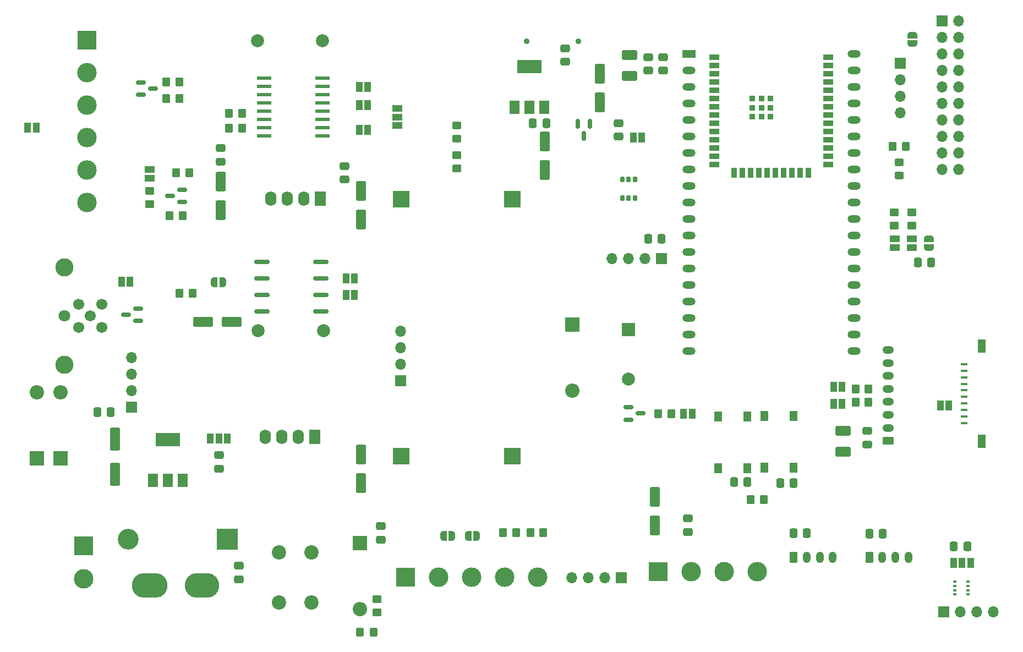
<source format=gbr>
%TF.GenerationSoftware,KiCad,Pcbnew,7.0.8*%
%TF.CreationDate,2023-11-15T18:30:51+02:00*%
%TF.ProjectId,CAN_DISPLAY,43414e5f-4449-4535-904c-41592e6b6963,rev?*%
%TF.SameCoordinates,Original*%
%TF.FileFunction,Soldermask,Top*%
%TF.FilePolarity,Negative*%
%FSLAX46Y46*%
G04 Gerber Fmt 4.6, Leading zero omitted, Abs format (unit mm)*
G04 Created by KiCad (PCBNEW 7.0.8) date 2023-11-15 18:30:51*
%MOMM*%
%LPD*%
G01*
G04 APERTURE LIST*
G04 Aperture macros list*
%AMRoundRect*
0 Rectangle with rounded corners*
0 $1 Rounding radius*
0 $2 $3 $4 $5 $6 $7 $8 $9 X,Y pos of 4 corners*
0 Add a 4 corners polygon primitive as box body*
4,1,4,$2,$3,$4,$5,$6,$7,$8,$9,$2,$3,0*
0 Add four circle primitives for the rounded corners*
1,1,$1+$1,$2,$3*
1,1,$1+$1,$4,$5*
1,1,$1+$1,$6,$7*
1,1,$1+$1,$8,$9*
0 Add four rect primitives between the rounded corners*
20,1,$1+$1,$2,$3,$4,$5,0*
20,1,$1+$1,$4,$5,$6,$7,0*
20,1,$1+$1,$6,$7,$8,$9,0*
20,1,$1+$1,$8,$9,$2,$3,0*%
%AMFreePoly0*
4,1,19,0.500000,-0.750000,0.000000,-0.750000,0.000000,-0.744911,-0.071157,-0.744911,-0.207708,-0.704816,-0.327430,-0.627875,-0.420627,-0.520320,-0.479746,-0.390866,-0.500000,-0.250000,-0.500000,0.250000,-0.479746,0.390866,-0.420627,0.520320,-0.327430,0.627875,-0.207708,0.704816,-0.071157,0.744911,0.000000,0.744911,0.000000,0.750000,0.500000,0.750000,0.500000,-0.750000,0.500000,-0.750000,
$1*%
%AMFreePoly1*
4,1,19,0.000000,0.744911,0.071157,0.744911,0.207708,0.704816,0.327430,0.627875,0.420627,0.520320,0.479746,0.390866,0.500000,0.250000,0.500000,-0.250000,0.479746,-0.390866,0.420627,-0.520320,0.327430,-0.627875,0.207708,-0.704816,0.071157,-0.744911,0.000000,-0.744911,0.000000,-0.750000,-0.500000,-0.750000,-0.500000,0.750000,0.000000,0.750000,0.000000,0.744911,0.000000,0.744911,
$1*%
G04 Aperture macros list end*
%ADD10R,1.000000X0.400000*%
%ADD11R,1.300000X2.000000*%
%ADD12RoundRect,0.250000X-0.475000X0.337500X-0.475000X-0.337500X0.475000X-0.337500X0.475000X0.337500X0*%
%ADD13R,1.000000X1.500000*%
%ADD14R,3.000000X3.000000*%
%ADD15C,3.000000*%
%ADD16R,1.700000X1.700000*%
%ADD17O,1.700000X1.700000*%
%ADD18RoundRect,0.250000X0.350000X0.450000X-0.350000X0.450000X-0.350000X-0.450000X0.350000X-0.450000X0*%
%ADD19RoundRect,0.250000X-0.350000X-0.625000X0.350000X-0.625000X0.350000X0.625000X-0.350000X0.625000X0*%
%ADD20O,1.200000X1.750000*%
%ADD21R,2.200000X2.200000*%
%ADD22O,2.200000X2.200000*%
%ADD23RoundRect,0.150000X0.587500X0.150000X-0.587500X0.150000X-0.587500X-0.150000X0.587500X-0.150000X0*%
%ADD24RoundRect,0.250000X-0.450000X0.325000X-0.450000X-0.325000X0.450000X-0.325000X0.450000X0.325000X0*%
%ADD25RoundRect,0.150000X-0.150000X0.587500X-0.150000X-0.587500X0.150000X-0.587500X0.150000X0.587500X0*%
%ADD26RoundRect,0.250000X-0.550000X1.250000X-0.550000X-1.250000X0.550000X-1.250000X0.550000X1.250000X0*%
%ADD27RoundRect,0.250000X-0.450000X0.350000X-0.450000X-0.350000X0.450000X-0.350000X0.450000X0.350000X0*%
%ADD28R,1.500000X1.000000*%
%ADD29RoundRect,0.250000X0.625000X-0.350000X0.625000X0.350000X-0.625000X0.350000X-0.625000X-0.350000X0*%
%ADD30O,1.750000X1.200000*%
%ADD31C,2.200000*%
%ADD32RoundRect,0.250000X-0.350000X-0.450000X0.350000X-0.450000X0.350000X0.450000X-0.350000X0.450000X0*%
%ADD33R,1.300000X1.550000*%
%ADD34RoundRect,0.250000X0.475000X-0.337500X0.475000X0.337500X-0.475000X0.337500X-0.475000X-0.337500X0*%
%ADD35FreePoly0,180.000000*%
%ADD36FreePoly1,180.000000*%
%ADD37RoundRect,0.250000X-0.337500X-0.475000X0.337500X-0.475000X0.337500X0.475000X-0.337500X0.475000X0*%
%ADD38R,1.500000X2.000000*%
%ADD39R,3.800000X2.000000*%
%ADD40R,1.750000X2.250000*%
%ADD41O,1.750000X2.250000*%
%ADD42C,2.794000*%
%ADD43C,1.701800*%
%ADD44C,1.803400*%
%ADD45R,1.500000X0.900000*%
%ADD46R,0.900000X1.500000*%
%ADD47R,0.900000X0.900000*%
%ADD48R,2.000000X2.000000*%
%ADD49C,2.000000*%
%ADD50FreePoly0,270.000000*%
%ADD51FreePoly1,270.000000*%
%ADD52RoundRect,0.250001X-0.924999X0.499999X-0.924999X-0.499999X0.924999X-0.499999X0.924999X0.499999X0*%
%ADD53R,0.500000X0.350000*%
%ADD54O,5.500000X3.800000*%
%ADD55O,5.300000X3.800000*%
%ADD56RoundRect,0.250000X-0.550000X1.500000X-0.550000X-1.500000X0.550000X-1.500000X0.550000X1.500000X0*%
%ADD57RoundRect,0.150000X-0.587500X-0.150000X0.587500X-0.150000X0.587500X0.150000X-0.587500X0.150000X0*%
%ADD58RoundRect,0.250000X0.450000X-0.350000X0.450000X0.350000X-0.450000X0.350000X-0.450000X-0.350000X0*%
%ADD59RoundRect,0.175000X0.175000X-0.275000X0.175000X0.275000X-0.175000X0.275000X-0.175000X-0.275000X0*%
%ADD60RoundRect,0.250000X0.337500X0.475000X-0.337500X0.475000X-0.337500X-0.475000X0.337500X-0.475000X0*%
%ADD61R,2.000000X1.200000*%
%ADD62O,2.000000X1.200000*%
%ADD63R,3.200000X3.200000*%
%ADD64O,3.200000X3.200000*%
%ADD65R,2.500000X2.500000*%
%ADD66R,2.311400X0.558800*%
%ADD67RoundRect,0.250000X0.450000X-0.325000X0.450000X0.325000X-0.450000X0.325000X-0.450000X-0.325000X0*%
%ADD68FreePoly0,90.000000*%
%ADD69FreePoly1,90.000000*%
%ADD70RoundRect,0.250000X-0.325000X-0.450000X0.325000X-0.450000X0.325000X0.450000X-0.325000X0.450000X0*%
%ADD71RoundRect,0.162500X1.012500X0.162500X-1.012500X0.162500X-1.012500X-0.162500X1.012500X-0.162500X0*%
%ADD72RoundRect,0.250000X1.250000X0.550000X-1.250000X0.550000X-1.250000X-0.550000X1.250000X-0.550000X0*%
%ADD73C,0.900000*%
G04 APERTURE END LIST*
D10*
%TO.C,J1*%
X199948800Y-115680000D03*
X199948800Y-114680000D03*
X199948800Y-113680000D03*
X199948800Y-112680000D03*
X199948800Y-111680000D03*
X199948800Y-110680000D03*
X199948800Y-109680000D03*
X199948800Y-108680000D03*
X199948800Y-107680000D03*
X199948800Y-106680000D03*
D11*
X202648800Y-118480000D03*
X202648800Y-103880000D03*
%TD*%
D12*
%TO.C,C26*%
X185039000Y-116945500D03*
X185039000Y-119020500D03*
%TD*%
D13*
%TO.C,JP15*%
X106172000Y-96012000D03*
X104872000Y-96012000D03*
%TD*%
D14*
%TO.C,J6*%
X64516000Y-134620000D03*
D15*
X64516000Y-139700000D03*
%TD*%
D16*
%TO.C,J16*%
X196860000Y-144780000D03*
D17*
X199400000Y-144780000D03*
X201940000Y-144780000D03*
X204480000Y-144780000D03*
%TD*%
D18*
%TO.C,R1*%
X88868000Y-68072000D03*
X86868000Y-68072000D03*
%TD*%
D19*
%TO.C,J3*%
X173769000Y-136352000D03*
D20*
X175769000Y-136352000D03*
X177769000Y-136352000D03*
X179769000Y-136352000D03*
%TD*%
D21*
%TO.C,D11*%
X57327800Y-121158000D03*
D22*
X57327800Y-110998000D03*
%TD*%
D23*
%TO.C,D8*%
X79677500Y-81722000D03*
X79677500Y-79822000D03*
X77802500Y-80772000D03*
%TD*%
D13*
%TO.C,JP4*%
X198357000Y-137210800D03*
X199657000Y-137210800D03*
X200957000Y-137210800D03*
%TD*%
D24*
%TO.C,D4*%
X121920000Y-69912500D03*
X121920000Y-71962500D03*
%TD*%
D25*
%TO.C,D9*%
X142428000Y-69674500D03*
X140528000Y-69674500D03*
X141478000Y-71549500D03*
%TD*%
D26*
%TO.C,C17*%
X143891000Y-61935000D03*
X143891000Y-66335000D03*
%TD*%
D27*
%TO.C,R7*%
X74676000Y-80026000D03*
X74676000Y-82026000D03*
%TD*%
D16*
%TO.C,J8*%
X113284000Y-109220000D03*
D17*
X113284000Y-106680000D03*
X113284000Y-104140000D03*
X113284000Y-101600000D03*
%TD*%
D18*
%TO.C,R21*%
X131032000Y-132588000D03*
X129032000Y-132588000D03*
%TD*%
D26*
%TO.C,C6*%
X107213400Y-120558200D03*
X107213400Y-124958200D03*
%TD*%
D28*
%TO.C,JP6*%
X112776000Y-67310000D03*
X112776000Y-68610000D03*
X112776000Y-69910000D03*
%TD*%
D13*
%TO.C,JP1*%
X196337400Y-113004600D03*
X197637400Y-113004600D03*
%TD*%
D29*
%TO.C,J14*%
X188278600Y-118455200D03*
D30*
X188278600Y-116455200D03*
X188278600Y-114455200D03*
X188278600Y-112455200D03*
X188278600Y-110455200D03*
X188278600Y-108455200D03*
X188278600Y-106455200D03*
X188278600Y-104455200D03*
%TD*%
D13*
%TO.C,JP2*%
X84014000Y-118110000D03*
X85314000Y-118110000D03*
X86614000Y-118110000D03*
%TD*%
D18*
%TO.C,R22*%
X135239000Y-132588000D03*
X133239000Y-132588000D03*
%TD*%
D14*
%TO.C,J20*%
X65024000Y-56788000D03*
D15*
X65024000Y-61788000D03*
X65024000Y-66788000D03*
X65024000Y-71788000D03*
X65024000Y-76788000D03*
X65024000Y-81788000D03*
%TD*%
D31*
%TO.C,FL1*%
X94568000Y-135636000D03*
X99568000Y-135636000D03*
X99568000Y-143336000D03*
X94568000Y-143336000D03*
%TD*%
D18*
%TO.C,R11*%
X191008000Y-73152000D03*
X189008000Y-73152000D03*
%TD*%
D32*
%TO.C,R13*%
X183272400Y-112471200D03*
X185272400Y-112471200D03*
%TD*%
D33*
%TO.C,SW1*%
X169214500Y-122603000D03*
X169214500Y-114653000D03*
X173714500Y-122603000D03*
X173714500Y-114653000D03*
%TD*%
D34*
%TO.C,C32*%
X85598000Y-75481000D03*
X85598000Y-73406000D03*
%TD*%
D35*
%TO.C,JP19*%
X85902800Y-94056200D03*
D36*
X84602800Y-94056200D03*
%TD*%
D37*
%TO.C,C21*%
X171661000Y-124968000D03*
X173736000Y-124968000D03*
%TD*%
D21*
%TO.C,D6*%
X139700000Y-100584000D03*
D22*
X139700000Y-110744000D03*
%TD*%
D37*
%TO.C,C22*%
X164570500Y-124813000D03*
X166645500Y-124813000D03*
%TD*%
D38*
%TO.C,U7*%
X130796000Y-67158000D03*
X133096000Y-67158000D03*
D39*
X133096000Y-60858000D03*
D38*
X135396000Y-67158000D03*
%TD*%
D16*
%TO.C,J10*%
X147231400Y-139491000D03*
D17*
X144691400Y-139491000D03*
X142151400Y-139491000D03*
X139611400Y-139491000D03*
%TD*%
D32*
%TO.C,R6*%
X77724000Y-83820000D03*
X79724000Y-83820000D03*
%TD*%
D18*
%TO.C,R15*%
X185272400Y-110439200D03*
X183272400Y-110439200D03*
%TD*%
D40*
%TO.C,PS1*%
X100076000Y-117856000D03*
D41*
X97536000Y-117856000D03*
X94996000Y-117856000D03*
X92456000Y-117856000D03*
%TD*%
D34*
%TO.C,C19*%
X157513000Y-132480500D03*
X157513000Y-130405500D03*
%TD*%
D13*
%TO.C,JP7*%
X108204000Y-66802000D03*
X106904000Y-66802000D03*
%TD*%
D42*
%TO.C,J4*%
X61521741Y-106742767D03*
X61521741Y-91742767D03*
D43*
X67289500Y-97475000D03*
X67289500Y-101010534D03*
X63753966Y-101010534D03*
X63753966Y-97475000D03*
X65521733Y-99242767D03*
D44*
X61521741Y-99242767D03*
%TD*%
D45*
%TO.C,U2*%
X161562000Y-59456000D03*
X161562000Y-60726000D03*
X161562000Y-61996000D03*
X161562000Y-63266000D03*
X161562000Y-64536000D03*
X161562000Y-65806000D03*
X161562000Y-67076000D03*
X161562000Y-68346000D03*
X161562000Y-69616000D03*
X161562000Y-70886000D03*
X161562000Y-72156000D03*
X161562000Y-73426000D03*
X161562000Y-74696000D03*
X161562000Y-75966000D03*
D46*
X164592000Y-77216000D03*
X165862000Y-77216000D03*
X167132000Y-77216000D03*
X168402000Y-77216000D03*
X169672000Y-77216000D03*
X170942000Y-77216000D03*
X172212000Y-77216000D03*
X173482000Y-77216000D03*
X174752000Y-77216000D03*
X176022000Y-77216000D03*
D45*
X179062000Y-75966000D03*
X179062000Y-74696000D03*
X179062000Y-73426000D03*
X179062000Y-72156000D03*
X179062000Y-70886000D03*
X179062000Y-69616000D03*
X179062000Y-68346000D03*
X179062000Y-67076000D03*
X179062000Y-65806000D03*
X179062000Y-64536000D03*
X179062000Y-63266000D03*
X179062000Y-61996000D03*
X179062000Y-60726000D03*
X179062000Y-59456000D03*
D47*
X167412000Y-65776000D03*
X167412000Y-65776000D03*
X167412000Y-67176000D03*
X167412000Y-68576000D03*
X167412000Y-68576000D03*
X168812000Y-65776000D03*
X168812000Y-67176000D03*
X168812000Y-68576000D03*
X168812000Y-68576000D03*
X170212000Y-65776000D03*
X170212000Y-67176000D03*
X170212000Y-68576000D03*
%TD*%
D48*
%TO.C,BZ1*%
X148336000Y-101356000D03*
D49*
X148336000Y-108956000D03*
%TD*%
D38*
%TO.C,U4*%
X75170000Y-124562000D03*
X77470000Y-124562000D03*
D39*
X77470000Y-118262000D03*
D38*
X79770000Y-124562000D03*
%TD*%
D50*
%TO.C,JP20*%
X194564000Y-87376000D03*
D51*
X194564000Y-88676000D03*
%TD*%
D14*
%TO.C,J15*%
X152908000Y-138557000D03*
D15*
X157988000Y-138557000D03*
X163068000Y-138557000D03*
X168148000Y-138557000D03*
%TD*%
D18*
%TO.C,R2*%
X88900000Y-70358000D03*
X86900000Y-70358000D03*
%TD*%
D16*
%TO.C,J13*%
X190119000Y-60325000D03*
D17*
X190119000Y-62865000D03*
X190119000Y-65405000D03*
X190119000Y-67945000D03*
%TD*%
D52*
%TO.C,C28*%
X148539200Y-59081000D03*
X148539200Y-62331000D03*
%TD*%
D21*
%TO.C,D1*%
X60960000Y-121158000D03*
D22*
X60960000Y-110998000D03*
%TD*%
D12*
%TO.C,C29*%
X151384000Y-59414500D03*
X151384000Y-61489500D03*
%TD*%
%TO.C,C13*%
X85344000Y-120650000D03*
X85344000Y-122725000D03*
%TD*%
D28*
%TO.C,JP13*%
X191897000Y-87386400D03*
X191897000Y-88686400D03*
%TD*%
D12*
%TO.C,C7*%
X88392000Y-137668000D03*
X88392000Y-139743000D03*
%TD*%
D21*
%TO.C,D10*%
X107010200Y-134213600D03*
D22*
X107010200Y-144373600D03*
%TD*%
D53*
%TO.C,U6*%
X198521600Y-142069900D03*
X198521600Y-141419900D03*
X198521600Y-140769900D03*
X198521600Y-140119900D03*
X200571600Y-140119900D03*
X200571600Y-140769900D03*
X200571600Y-141419900D03*
X200571600Y-142069900D03*
%TD*%
D54*
%TO.C,F1*%
X74676000Y-140716000D03*
D55*
X82676000Y-140716000D03*
%TD*%
D16*
%TO.C,J9*%
X71882000Y-113233200D03*
D17*
X71882000Y-110693200D03*
X71882000Y-108153200D03*
X71882000Y-105613200D03*
%TD*%
D13*
%TO.C,JP24*%
X158130000Y-114300000D03*
X156830000Y-114300000D03*
%TD*%
D34*
%TO.C,C33*%
X104648000Y-78253500D03*
X104648000Y-76178500D03*
%TD*%
D56*
%TO.C,C11*%
X69342000Y-118204000D03*
X69342000Y-123604000D03*
%TD*%
D12*
%TO.C,C27*%
X153670000Y-59414500D03*
X153670000Y-61489500D03*
%TD*%
D16*
%TO.C,J19*%
X153416000Y-90424000D03*
D17*
X150876000Y-90424000D03*
X148336000Y-90424000D03*
X145796000Y-90424000D03*
%TD*%
D57*
%TO.C,Q1*%
X148336000Y-113284000D03*
X148336000Y-115184000D03*
X150211000Y-114234000D03*
%TD*%
D58*
%TO.C,R23*%
X189255400Y-85322400D03*
X189255400Y-83322400D03*
%TD*%
D59*
%TO.C,LED1*%
X147402000Y-81132000D03*
X148352000Y-81132000D03*
X149352000Y-81132000D03*
X149352000Y-78232000D03*
X148352000Y-78232000D03*
X147402000Y-78232000D03*
%TD*%
D18*
%TO.C,R4*%
X79248000Y-63246000D03*
X77248000Y-63246000D03*
%TD*%
D58*
%TO.C,R24*%
X191897000Y-85322400D03*
X191897000Y-83322400D03*
%TD*%
D37*
%TO.C,C4*%
X173693000Y-132689600D03*
X175768000Y-132689600D03*
%TD*%
D60*
%TO.C,C30*%
X194941100Y-91038200D03*
X192866100Y-91038200D03*
%TD*%
%TO.C,C12*%
X68703100Y-114046000D03*
X66628100Y-114046000D03*
%TD*%
D33*
%TO.C,SW2*%
X162121800Y-122692000D03*
X162121800Y-114742000D03*
X166621800Y-122692000D03*
X166621800Y-114742000D03*
%TD*%
D28*
%TO.C,JP18*%
X74676000Y-78008000D03*
X74676000Y-76708000D03*
%TD*%
D26*
%TO.C,C16*%
X135483600Y-72374400D03*
X135483600Y-76774400D03*
%TD*%
D49*
%TO.C,C2*%
X101266000Y-56896000D03*
X91266000Y-56896000D03*
%TD*%
%TO.C,C1*%
X101393000Y-101473000D03*
X91393000Y-101473000D03*
%TD*%
D13*
%TO.C,JP5*%
X57193702Y-70278809D03*
X55893702Y-70278809D03*
%TD*%
D57*
%TO.C,D2*%
X73309000Y-63312000D03*
X73309000Y-65212000D03*
X75184000Y-64262000D03*
%TD*%
D32*
%TO.C,R5*%
X78756000Y-77216000D03*
X80756000Y-77216000D03*
%TD*%
D60*
%TO.C,C31*%
X153416000Y-87376000D03*
X151341000Y-87376000D03*
%TD*%
D61*
%TO.C,U1*%
X157629100Y-58927800D03*
D62*
X157629100Y-61467800D03*
X157629100Y-64007800D03*
X157629100Y-66547800D03*
X157629100Y-69087800D03*
X157629100Y-71627800D03*
X157629100Y-74167800D03*
X157629100Y-76707800D03*
X157629100Y-79247800D03*
X157629100Y-81787800D03*
X157629100Y-84327800D03*
X157629100Y-86867800D03*
X157629100Y-89407800D03*
X157629100Y-91947800D03*
X157629100Y-94487800D03*
X157629100Y-97027800D03*
X157629100Y-99567800D03*
X157629100Y-102107800D03*
X157629100Y-104647800D03*
X183025420Y-104645080D03*
X183025420Y-102105080D03*
X183029100Y-99567800D03*
X183029100Y-97027800D03*
X183029100Y-94487800D03*
X183029100Y-91947800D03*
X183029100Y-89407800D03*
X183029100Y-86867800D03*
X183029100Y-84327800D03*
X183029100Y-81787800D03*
X183029100Y-79247800D03*
X183029100Y-76707800D03*
X183029100Y-74167800D03*
X183029100Y-71627800D03*
X183029100Y-69087800D03*
X183029100Y-66547800D03*
X183029100Y-64007800D03*
X183029100Y-61467800D03*
X183029100Y-58927800D03*
%TD*%
D13*
%TO.C,JP10*%
X179914000Y-112776000D03*
X181214000Y-112776000D03*
%TD*%
D63*
%TO.C,D12*%
X86614000Y-133604000D03*
D64*
X71374000Y-133604000D03*
%TD*%
D13*
%TO.C,JP14*%
X106172000Y-93472000D03*
X104872000Y-93472000D03*
%TD*%
D65*
%TO.C,PS3*%
X130492500Y-120777000D03*
X113347500Y-120777000D03*
X130492500Y-81277000D03*
X113347500Y-81277000D03*
%TD*%
D35*
%TO.C,JP23*%
X121158000Y-133096000D03*
D36*
X119858000Y-133096000D03*
%TD*%
D66*
%TO.C,U5*%
X101295200Y-71501000D03*
X101295200Y-70231000D03*
X101295200Y-68961000D03*
X101295200Y-67691000D03*
X101295200Y-66421000D03*
X101295200Y-65151000D03*
X101295200Y-63881000D03*
X101295200Y-62611000D03*
X92252800Y-62611000D03*
X92252800Y-63881000D03*
X92252800Y-65151000D03*
X92252800Y-66421000D03*
X92252800Y-67691000D03*
X92252800Y-68961000D03*
X92252800Y-70231000D03*
X92252800Y-71501000D03*
%TD*%
D18*
%TO.C,R3*%
X79248000Y-65786000D03*
X77248000Y-65786000D03*
%TD*%
D13*
%TO.C,JP3*%
X70328000Y-93980000D03*
X71628000Y-93980000D03*
%TD*%
D60*
%TO.C,C15*%
X135679000Y-69596000D03*
X133604000Y-69596000D03*
%TD*%
D19*
%TO.C,J2*%
X185405000Y-136352000D03*
D20*
X187405000Y-136352000D03*
X189405000Y-136352000D03*
X191405000Y-136352000D03*
%TD*%
D67*
%TO.C,D5*%
X189992000Y-77609000D03*
X189992000Y-75559000D03*
%TD*%
D28*
%TO.C,JP12*%
X189306200Y-87386400D03*
X189306200Y-88686400D03*
%TD*%
D34*
%TO.C,C14*%
X110236400Y-133647100D03*
X110236400Y-131572100D03*
%TD*%
D68*
%TO.C,JP21*%
X192024000Y-57292000D03*
D69*
X192024000Y-55992000D03*
%TD*%
D37*
%TO.C,C5*%
X198374000Y-134670800D03*
X200449000Y-134670800D03*
%TD*%
D13*
%TO.C,JP11*%
X179903600Y-110134400D03*
X181203600Y-110134400D03*
%TD*%
%TO.C,JP9*%
X108204000Y-64008000D03*
X106904000Y-64008000D03*
%TD*%
D58*
%TO.C,R9*%
X109651800Y-144849600D03*
X109651800Y-142849600D03*
%TD*%
D70*
%TO.C,D3*%
X107049000Y-147853400D03*
X109099000Y-147853400D03*
%TD*%
D27*
%TO.C,R10*%
X121920000Y-74509500D03*
X121920000Y-76509500D03*
%TD*%
D35*
%TO.C,JP25*%
X124968000Y-133096000D03*
D36*
X123668000Y-133096000D03*
%TD*%
D34*
%TO.C,C18*%
X138633200Y-60117900D03*
X138633200Y-58042900D03*
%TD*%
D26*
%TO.C,C9*%
X85598000Y-78572000D03*
X85598000Y-82972000D03*
%TD*%
D32*
%TO.C,R25*%
X152924000Y-114300000D03*
X154924000Y-114300000D03*
%TD*%
D34*
%TO.C,C24*%
X146812000Y-71628000D03*
X146812000Y-69553000D03*
%TD*%
D32*
%TO.C,R12*%
X167164000Y-127508000D03*
X169164000Y-127508000D03*
%TD*%
D18*
%TO.C,R8*%
X81264000Y-95758000D03*
X79264000Y-95758000D03*
%TD*%
D40*
%TO.C,PS2*%
X100889500Y-81215500D03*
D41*
X98349500Y-81215500D03*
X95809500Y-81215500D03*
X93269500Y-81215500D03*
%TD*%
D26*
%TO.C,C8*%
X107188000Y-79969000D03*
X107188000Y-84369000D03*
%TD*%
D52*
%TO.C,C25*%
X181356000Y-116866000D03*
X181356000Y-120116000D03*
%TD*%
D14*
%TO.C,J5*%
X114046000Y-139446000D03*
D15*
X119126000Y-139446000D03*
X124206000Y-139446000D03*
X129286000Y-139446000D03*
X134366000Y-139446000D03*
%TD*%
D71*
%TO.C,U3*%
X100998000Y-98552000D03*
X100998000Y-96012000D03*
X100998000Y-93472000D03*
X100998000Y-90932000D03*
X91948000Y-90932000D03*
X91948000Y-93472000D03*
X91948000Y-96012000D03*
X91948000Y-98552000D03*
%TD*%
D37*
%TO.C,C3*%
X185377000Y-132748000D03*
X187452000Y-132748000D03*
%TD*%
D13*
%TO.C,JP22*%
X150368000Y-71755000D03*
X149068000Y-71755000D03*
%TD*%
D72*
%TO.C,C10*%
X87274400Y-100126800D03*
X82874400Y-100126800D03*
%TD*%
D23*
%TO.C,D7*%
X72898000Y-100010000D03*
X72898000Y-98110000D03*
X71023000Y-99060000D03*
%TD*%
D26*
%TO.C,C20*%
X152435250Y-127062732D03*
X152435250Y-131462732D03*
%TD*%
D13*
%TO.C,JP8*%
X108204000Y-70612000D03*
X106904000Y-70612000D03*
%TD*%
D16*
%TO.C,J18*%
X196596000Y-53848000D03*
D17*
X199136000Y-53848000D03*
X196596000Y-56388000D03*
X199136000Y-56388000D03*
X196596000Y-58928000D03*
X199136000Y-58928000D03*
X196596000Y-61468000D03*
X199136000Y-61468000D03*
X196596000Y-64008000D03*
X199136000Y-64008000D03*
X196596000Y-66548000D03*
X199136000Y-66548000D03*
X196596000Y-69088000D03*
X199136000Y-69088000D03*
X196596000Y-71628000D03*
X199136000Y-71628000D03*
X196596000Y-74168000D03*
X199136000Y-74168000D03*
X196596000Y-76708000D03*
X199136000Y-76708000D03*
%TD*%
D73*
%TO.C,J11*%
X140631632Y-56945755D03*
X132631632Y-56945755D03*
%TD*%
M02*

</source>
